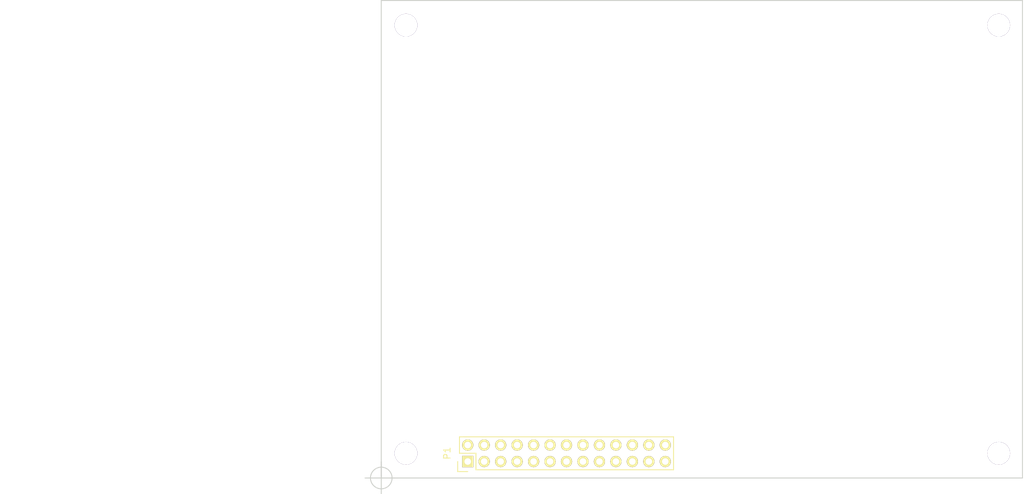
<source format=kicad_pcb>
(kicad_pcb (version 4) (host pcbnew "(2015-08-07 BZR 6071, Git 6018bb6)-product")

  (general
    (links 1)
    (no_connects 1)
    (area 96.444999 71.044999 195.502601 144.855001)
    (thickness 1.6)
    (drawings 18)
    (tracks 0)
    (zones 0)
    (modules 5)
    (nets 26)
  )

  (page A4)
  (layers
    (0 F.Cu signal)
    (31 B.Cu signal)
    (32 B.Adhes user)
    (33 F.Adhes user)
    (34 B.Paste user)
    (35 F.Paste user)
    (36 B.SilkS user)
    (37 F.SilkS user)
    (38 B.Mask user)
    (39 F.Mask user)
    (40 Dwgs.User user)
    (41 Cmts.User user)
    (42 Eco1.User user)
    (43 Eco2.User user)
    (44 Edge.Cuts user)
    (45 Margin user)
    (46 B.CrtYd user)
    (47 F.CrtYd user)
    (48 B.Fab user)
    (49 F.Fab user)
  )

  (setup
    (last_trace_width 0.25)
    (trace_clearance 0.2)
    (zone_clearance 0.508)
    (zone_45_only no)
    (trace_min 0.2)
    (segment_width 0.2)
    (edge_width 0.15)
    (via_size 0.6)
    (via_drill 0.4)
    (via_min_size 0.4)
    (via_min_drill 0.3)
    (uvia_size 0.3)
    (uvia_drill 0.1)
    (uvias_allowed no)
    (uvia_min_size 0.2)
    (uvia_min_drill 0.1)
    (pcb_text_width 0.3)
    (pcb_text_size 1.5 1.5)
    (mod_edge_width 0.15)
    (mod_text_size 1 1)
    (mod_text_width 0.15)
    (pad_size 3.302 3.302)
    (pad_drill 3.302)
    (pad_to_mask_clearance 0.0762)
    (aux_axis_origin 96.52 144.78)
    (grid_origin 96.52 144.78)
    (visible_elements FFFFFF7F)
    (pcbplotparams
      (layerselection 0x000fc_80000001)
      (usegerberextensions false)
      (excludeedgelayer true)
      (linewidth 0.100000)
      (plotframeref false)
      (viasonmask false)
      (mode 1)
      (useauxorigin false)
      (hpglpennumber 1)
      (hpglpenspeed 20)
      (hpglpendiameter 15)
      (hpglpenoverlay 2)
      (psnegative false)
      (psa4output false)
      (plotreference true)
      (plotvalue true)
      (plotinvisibletext false)
      (padsonsilk false)
      (subtractmaskfromsilk false)
      (outputformat 1)
      (mirror false)
      (drillshape 0)
      (scaleselection 1)
      (outputdirectory ""))
  )

  (net 0 "")
  (net 1 GND)
  (net 2 +5V)
  (net 3 +3V3)
  (net 4 GPIO_SPI_CS#)
  (net 5 GPIO_UART1_TXD)
  (net 6 GPIO_SPI_MISO)
  (net 7 GPIO_UART1_RXD)
  (net 8 GPIO_SPI_MOSI)
  (net 9 GPIO_UART1_CTS)
  (net 10 GPIO_SPI_CLK)
  (net 11 GPIO_UART1_RTS)
  (net 12 GPIO_I2C_SCL)
  (net 13 GPIO_I2S_CLK)
  (net 14 GPIO_I2C_SDA)
  (net 15 GPIO_I2S_FRM)
  (net 16 GPIO_UART2_TXD)
  (net 17 GPIO_I2S_DO)
  (net 18 GPIO_UART2_RXD)
  (net 19 GPIO_I2S_DI)
  (net 20 GPIO_S5_0)
  (net 21 GPIO_PWM0)
  (net 22 GPIO_S5_1)
  (net 23 GPIO_PWM1)
  (net 24 GPIO_S5_2)
  (net 25 I2SMCLK_GPIO)

  (net_class Default "This is the default net class."
    (clearance 0.2)
    (trace_width 0.25)
    (via_dia 0.6)
    (via_drill 0.4)
    (uvia_dia 0.3)
    (uvia_drill 0.1)
    (add_net +3V3)
    (add_net +5V)
    (add_net GND)
    (add_net GPIO_I2C_SCL)
    (add_net GPIO_I2C_SDA)
    (add_net GPIO_I2S_CLK)
    (add_net GPIO_I2S_DI)
    (add_net GPIO_I2S_DO)
    (add_net GPIO_I2S_FRM)
    (add_net GPIO_PWM0)
    (add_net GPIO_PWM1)
    (add_net GPIO_S5_0)
    (add_net GPIO_S5_1)
    (add_net GPIO_S5_2)
    (add_net GPIO_SPI_CLK)
    (add_net GPIO_SPI_CS#)
    (add_net GPIO_SPI_MISO)
    (add_net GPIO_SPI_MOSI)
    (add_net GPIO_UART1_CTS)
    (add_net GPIO_UART1_RTS)
    (add_net GPIO_UART1_RXD)
    (add_net GPIO_UART1_TXD)
    (add_net GPIO_UART2_RXD)
    (add_net GPIO_UART2_TXD)
    (add_net I2SMCLK_GPIO)
  )

  (module Pin_Headers:Pin_Header_Straight_2x13 locked (layer F.Cu) (tedit 577F1E14) (tstamp 57710C62)
    (at 109.855 142.24 90)
    (descr "Through hole pin header")
    (tags "pin header")
    (path /576C994F)
    (fp_text reference P1 (at 1.27 -3.175 90) (layer F.SilkS)
      (effects (font (size 1 1) (thickness 0.15)))
    )
    (fp_text value CONN_02X13 (at 5.08 3.175 180) (layer F.Fab) hide
      (effects (font (size 1 1) (thickness 0.15)))
    )
    (fp_line (start -1.75 -1.75) (end -1.75 32.25) (layer F.CrtYd) (width 0.05))
    (fp_line (start 4.3 -1.75) (end 4.3 32.25) (layer F.CrtYd) (width 0.05))
    (fp_line (start -1.75 -1.75) (end 4.3 -1.75) (layer F.CrtYd) (width 0.05))
    (fp_line (start -1.75 32.25) (end 4.3 32.25) (layer F.CrtYd) (width 0.05))
    (fp_line (start 3.81 -1.27) (end 3.81 31.75) (layer F.SilkS) (width 0.15))
    (fp_line (start -1.27 1.27) (end -1.27 31.75) (layer F.SilkS) (width 0.15))
    (fp_line (start 3.81 31.75) (end -1.27 31.75) (layer F.SilkS) (width 0.15))
    (fp_line (start 3.81 -1.27) (end 1.27 -1.27) (layer F.SilkS) (width 0.15))
    (fp_line (start 0 -1.55) (end -1.55 -1.55) (layer F.SilkS) (width 0.15))
    (fp_line (start 1.27 -1.27) (end 1.27 1.27) (layer F.SilkS) (width 0.15))
    (fp_line (start 1.27 1.27) (end -1.27 1.27) (layer F.SilkS) (width 0.15))
    (fp_line (start -1.55 -1.55) (end -1.55 0) (layer F.SilkS) (width 0.15))
    (pad 1 thru_hole rect (at 0 0 90) (size 1.7272 1.7272) (drill 1.016) (layers *.Cu *.Mask F.SilkS)
      (net 1 GND))
    (pad 2 thru_hole oval (at 2.54 0 90) (size 1.7272 1.7272) (drill 1.016) (layers *.Cu *.Mask F.SilkS)
      (net 1 GND))
    (pad 3 thru_hole oval (at 0 2.54 90) (size 1.7272 1.7272) (drill 1.016) (layers *.Cu *.Mask F.SilkS)
      (net 2 +5V))
    (pad 4 thru_hole oval (at 2.54 2.54 90) (size 1.7272 1.7272) (drill 1.016) (layers *.Cu *.Mask F.SilkS)
      (net 3 +3V3))
    (pad 5 thru_hole oval (at 0 5.08 90) (size 1.7272 1.7272) (drill 1.016) (layers *.Cu *.Mask F.SilkS)
      (net 4 GPIO_SPI_CS#))
    (pad 6 thru_hole oval (at 2.54 5.08 90) (size 1.7272 1.7272) (drill 1.016) (layers *.Cu *.Mask F.SilkS)
      (net 5 GPIO_UART1_TXD))
    (pad 7 thru_hole oval (at 0 7.62 90) (size 1.7272 1.7272) (drill 1.016) (layers *.Cu *.Mask F.SilkS)
      (net 6 GPIO_SPI_MISO))
    (pad 8 thru_hole oval (at 2.54 7.62 90) (size 1.7272 1.7272) (drill 1.016) (layers *.Cu *.Mask F.SilkS)
      (net 7 GPIO_UART1_RXD))
    (pad 9 thru_hole oval (at 0 10.16 90) (size 1.7272 1.7272) (drill 1.016) (layers *.Cu *.Mask F.SilkS)
      (net 8 GPIO_SPI_MOSI))
    (pad 10 thru_hole oval (at 2.54 10.16 90) (size 1.7272 1.7272) (drill 1.016) (layers *.Cu *.Mask F.SilkS)
      (net 9 GPIO_UART1_CTS))
    (pad 11 thru_hole oval (at 0 12.7 90) (size 1.7272 1.7272) (drill 1.016) (layers *.Cu *.Mask F.SilkS)
      (net 10 GPIO_SPI_CLK))
    (pad 12 thru_hole oval (at 2.54 12.7 90) (size 1.7272 1.7272) (drill 1.016) (layers *.Cu *.Mask F.SilkS)
      (net 11 GPIO_UART1_RTS))
    (pad 13 thru_hole oval (at 0 15.24 90) (size 1.7272 1.7272) (drill 1.016) (layers *.Cu *.Mask F.SilkS)
      (net 12 GPIO_I2C_SCL))
    (pad 14 thru_hole oval (at 2.54 15.24 90) (size 1.7272 1.7272) (drill 1.016) (layers *.Cu *.Mask F.SilkS)
      (net 13 GPIO_I2S_CLK))
    (pad 15 thru_hole oval (at 0 17.78 90) (size 1.7272 1.7272) (drill 1.016) (layers *.Cu *.Mask F.SilkS)
      (net 14 GPIO_I2C_SDA))
    (pad 16 thru_hole oval (at 2.54 17.78 90) (size 1.7272 1.7272) (drill 1.016) (layers *.Cu *.Mask F.SilkS)
      (net 15 GPIO_I2S_FRM))
    (pad 17 thru_hole oval (at 0 20.32 90) (size 1.7272 1.7272) (drill 1.016) (layers *.Cu *.Mask F.SilkS)
      (net 16 GPIO_UART2_TXD))
    (pad 18 thru_hole oval (at 2.54 20.32 90) (size 1.7272 1.7272) (drill 1.016) (layers *.Cu *.Mask F.SilkS)
      (net 17 GPIO_I2S_DO))
    (pad 19 thru_hole oval (at 0 22.86 90) (size 1.7272 1.7272) (drill 1.016) (layers *.Cu *.Mask F.SilkS)
      (net 18 GPIO_UART2_RXD))
    (pad 20 thru_hole oval (at 2.54 22.86 90) (size 1.7272 1.7272) (drill 1.016) (layers *.Cu *.Mask F.SilkS)
      (net 19 GPIO_I2S_DI))
    (pad 21 thru_hole oval (at 0 25.4 90) (size 1.7272 1.7272) (drill 1.016) (layers *.Cu *.Mask F.SilkS)
      (net 20 GPIO_S5_0))
    (pad 22 thru_hole oval (at 2.54 25.4 90) (size 1.7272 1.7272) (drill 1.016) (layers *.Cu *.Mask F.SilkS)
      (net 21 GPIO_PWM0))
    (pad 23 thru_hole oval (at 0 27.94 90) (size 1.7272 1.7272) (drill 1.016) (layers *.Cu *.Mask F.SilkS)
      (net 22 GPIO_S5_1))
    (pad 24 thru_hole oval (at 2.54 27.94 90) (size 1.7272 1.7272) (drill 1.016) (layers *.Cu *.Mask F.SilkS)
      (net 23 GPIO_PWM1))
    (pad 25 thru_hole oval (at 0 30.48 90) (size 1.7272 1.7272) (drill 1.016) (layers *.Cu *.Mask F.SilkS)
      (net 24 GPIO_S5_2))
    (pad 26 thru_hole oval (at 2.54 30.48 90) (size 1.7272 1.7272) (drill 1.016) (layers *.Cu *.Mask F.SilkS)
      (net 25 I2SMCLK_GPIO))
    (model Pin_Headers.3dshapes/Pin_Header_Straight_2x13.wrl
      (at (xyz 0.05 -0.6 0))
      (scale (xyz 1 1 1))
      (rotate (xyz 0 0 90))
    )
  )

  (module Mounting_Holes:MountingHole_3-5mm locked (layer F.Cu) (tedit 577F1D52) (tstamp 577DA462)
    (at 191.77 140.97)
    (descr "Mounting hole, Befestigungsbohrung, 3,5mm, No Annular, Kein Restring,")
    (tags "Mounting hole, Befestigungsbohrung, 3,5mm, No Annular, Kein Restring,")
    (fp_text reference REF** (at 0 -4.50088) (layer F.SilkS) hide
      (effects (font (size 1 1) (thickness 0.15)))
    )
    (fp_text value MountingHole_3-5mm (at 0 5.00126) (layer F.Fab) hide
      (effects (font (size 1 1) (thickness 0.15)))
    )
    (fp_circle (center 0 0) (end 3.5 0) (layer Cmts.User) (width 0.381))
    (pad 1 thru_hole circle (at 0 0) (size 3.5 3.5) (drill 3.5) (layers))
  )

  (module Mounting_Holes:MountingHole_3-5mm locked (layer F.Cu) (tedit 577F1D40) (tstamp 577F1CAE)
    (at 100.33 140.97)
    (descr "Mounting hole, Befestigungsbohrung, 3,5mm, No Annular, Kein Restring,")
    (tags "Mounting hole, Befestigungsbohrung, 3,5mm, No Annular, Kein Restring,")
    (fp_text reference REF** (at 0 -4.50088) (layer F.SilkS) hide
      (effects (font (size 1 1) (thickness 0.15)))
    )
    (fp_text value MountingHole_3-5mm (at 0 5.00126) (layer F.Fab) hide
      (effects (font (size 1 1) (thickness 0.15)))
    )
    (fp_circle (center 0 0) (end 3.5 0) (layer Cmts.User) (width 0.381))
    (pad 1 thru_hole circle (at 0 0) (size 3.5 3.5) (drill 3.5) (layers))
  )

  (module Mounting_Holes:MountingHole_3-5mm locked (layer F.Cu) (tedit 577F1D49) (tstamp 577F1CB9)
    (at 100.33 74.93)
    (descr "Mounting hole, Befestigungsbohrung, 3,5mm, No Annular, Kein Restring,")
    (tags "Mounting hole, Befestigungsbohrung, 3,5mm, No Annular, Kein Restring,")
    (fp_text reference REF** (at 0 -4.50088) (layer F.SilkS) hide
      (effects (font (size 1 1) (thickness 0.15)))
    )
    (fp_text value MountingHole_3-5mm (at 0 5.00126) (layer F.Fab) hide
      (effects (font (size 1 1) (thickness 0.15)))
    )
    (fp_circle (center 0 0) (end 3.5 0) (layer Cmts.User) (width 0.381))
    (pad 1 thru_hole circle (at 0 0) (size 3.5 3.5) (drill 3.5) (layers))
  )

  (module Mounting_Holes:MountingHole_3-5mm locked (layer F.Cu) (tedit 577F1D4D) (tstamp 577F1CC4)
    (at 191.77 74.93)
    (descr "Mounting hole, Befestigungsbohrung, 3,5mm, No Annular, Kein Restring,")
    (tags "Mounting hole, Befestigungsbohrung, 3,5mm, No Annular, Kein Restring,")
    (fp_text reference REF** (at 0 -4.50088) (layer F.SilkS) hide
      (effects (font (size 1 1) (thickness 0.15)))
    )
    (fp_text value MountingHole_3-5mm (at 0 5.00126) (layer F.Fab) hide
      (effects (font (size 1 1) (thickness 0.15)))
    )
    (fp_circle (center 0 0) (end 3.5 0) (layer Cmts.User) (width 0.381))
    (pad 1 thru_hole circle (at 0 0) (size 3.5 3.5) (drill 3.5) (layers))
  )

  (gr_text "NOTE: NO BOTTOM SIDE OR THROUGH-HOLE\nCOMPONENTS IN THE AREAS DESIGNATED IN THE\nDWGS.USER LAYER TO AVOID COLLISION WITH\nMINNOWBOARD ETHERNET AND USB CONNECTORS." (at 66.04 98.425) (layer Cmts.User)
    (effects (font (size 1.5 1.5) (thickness 0.3)))
  )
  (gr_line (start 176.53 109.855) (end 195.58 90.805) (angle 90) (layer Dwgs.User) (width 0.2))
  (gr_line (start 176.53 90.805) (end 195.58 109.855) (angle 90) (layer Dwgs.User) (width 0.2))
  (gr_line (start 115.57 90.805) (end 96.52 109.855) (angle 90) (layer Dwgs.User) (width 0.2))
  (gr_line (start 96.52 90.805) (end 115.57 109.855) (angle 90) (layer Dwgs.User) (width 0.2))
  (gr_line (start 96.52 109.855) (end 96.52 90.805) (angle 90) (layer Dwgs.User) (width 0.2))
  (gr_line (start 115.57 109.855) (end 96.52 109.855) (angle 90) (layer Dwgs.User) (width 0.2))
  (gr_line (start 115.57 90.805) (end 115.57 109.855) (angle 90) (layer Dwgs.User) (width 0.2))
  (gr_line (start 96.52 90.805) (end 115.57 90.805) (angle 90) (layer Dwgs.User) (width 0.2))
  (gr_line (start 176.53 109.855) (end 176.53 90.805) (angle 90) (layer Dwgs.User) (width 0.2))
  (gr_line (start 195.58 109.855) (end 176.53 109.855) (angle 90) (layer Dwgs.User) (width 0.2))
  (gr_line (start 195.58 90.805) (end 195.58 109.855) (angle 90) (layer Dwgs.User) (width 0.2))
  (gr_line (start 176.53 90.805) (end 195.58 90.805) (angle 90) (layer Dwgs.User) (width 0.2))
  (target plus (at 96.52 144.78) (size 5) (width 0.15) (layer Edge.Cuts))
  (gr_line (start 96.52 71.12) (end 96.52 144.78) (angle 90) (layer Edge.Cuts) (width 0.15))
  (gr_line (start 195.4276 71.12) (end 96.52 71.12) (angle 90) (layer Edge.Cuts) (width 0.15))
  (gr_line (start 195.4276 144.78) (end 195.4276 71.12) (angle 90) (layer Edge.Cuts) (width 0.15))
  (gr_line (start 96.52 144.78) (end 195.4276 144.78) (angle 90) (layer Edge.Cuts) (width 0.15))

)

</source>
